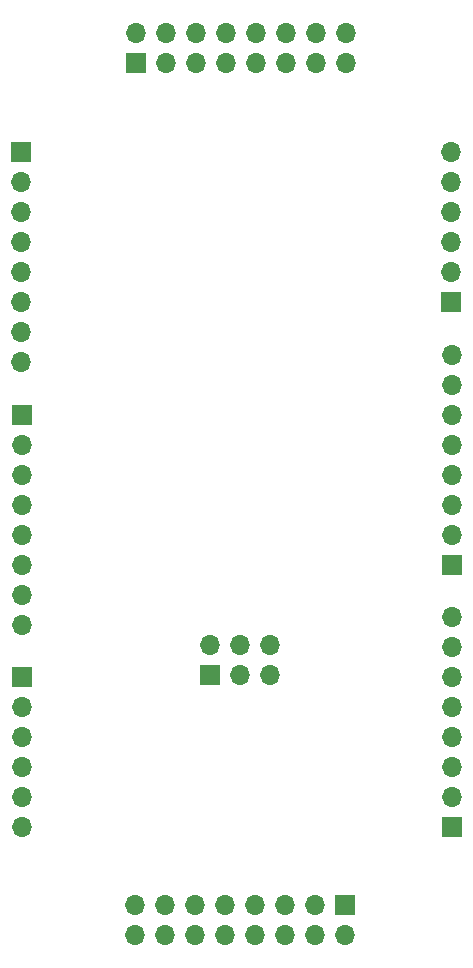
<source format=gbr>
%TF.GenerationSoftware,KiCad,Pcbnew,8.0.2*%
%TF.CreationDate,2024-07-19T13:16:10-06:00*%
%TF.ProjectId,32u4_breakout,33327534-5f62-4726-9561-6b6f75742e6b,rev?*%
%TF.SameCoordinates,Original*%
%TF.FileFunction,Soldermask,Bot*%
%TF.FilePolarity,Negative*%
%FSLAX46Y46*%
G04 Gerber Fmt 4.6, Leading zero omitted, Abs format (unit mm)*
G04 Created by KiCad (PCBNEW 8.0.2) date 2024-07-19 13:16:10*
%MOMM*%
%LPD*%
G01*
G04 APERTURE LIST*
%ADD10R,1.700000X1.700000*%
%ADD11O,1.700000X1.700000*%
G04 APERTURE END LIST*
D10*
%TO.C,J4*%
X121900000Y-96390000D03*
D11*
X121900000Y-98930000D03*
X121900000Y-101470000D03*
X121900000Y-104010000D03*
X121900000Y-106550000D03*
X121900000Y-109090000D03*
%TD*%
D10*
%TO.C,J9*%
X149225000Y-115650000D03*
D11*
X149225000Y-118190000D03*
X146685000Y-115650000D03*
X146685000Y-118190000D03*
X144145000Y-115650000D03*
X144145000Y-118190000D03*
X141605000Y-115650000D03*
X141605000Y-118190000D03*
X139065000Y-115650000D03*
X139065000Y-118190000D03*
X136525000Y-115650000D03*
X136525000Y-118190000D03*
X133985000Y-115650000D03*
X133985000Y-118190000D03*
X131445000Y-115650000D03*
X131445000Y-118190000D03*
%TD*%
D10*
%TO.C,J7*%
X158200000Y-64600000D03*
D11*
X158200000Y-62060000D03*
X158200000Y-59520000D03*
X158200000Y-56980000D03*
X158200000Y-54440000D03*
X158200000Y-51900000D03*
%TD*%
D10*
%TO.C,J6*%
X158250000Y-86890000D03*
D11*
X158250000Y-84350000D03*
X158250000Y-81810000D03*
X158250000Y-79270000D03*
X158250000Y-76730000D03*
X158250000Y-74190000D03*
X158250000Y-71650000D03*
X158250000Y-69110000D03*
%TD*%
D10*
%TO.C,J8*%
X131475000Y-44350000D03*
D11*
X131475000Y-41810000D03*
X134015000Y-44350000D03*
X134015000Y-41810000D03*
X136555000Y-44350000D03*
X136555000Y-41810000D03*
X139095000Y-44350000D03*
X139095000Y-41810000D03*
X141635000Y-44350000D03*
X141635000Y-41810000D03*
X144175000Y-44350000D03*
X144175000Y-41810000D03*
X146715000Y-44350000D03*
X146715000Y-41810000D03*
X149255000Y-44350000D03*
X149255000Y-41810000D03*
%TD*%
D10*
%TO.C,J1*%
X137785000Y-96175000D03*
D11*
X137785000Y-93635000D03*
X140325000Y-96175000D03*
X140325000Y-93635000D03*
X142865000Y-96175000D03*
X142865000Y-93635000D03*
%TD*%
D10*
%TO.C,J2*%
X121800000Y-51875000D03*
D11*
X121800000Y-54415000D03*
X121800000Y-56955000D03*
X121800000Y-59495000D03*
X121800000Y-62035000D03*
X121800000Y-64575000D03*
X121800000Y-67115000D03*
X121800000Y-69655000D03*
%TD*%
D10*
%TO.C,J5*%
X158225000Y-109065000D03*
D11*
X158225000Y-106525000D03*
X158225000Y-103985000D03*
X158225000Y-101445000D03*
X158225000Y-98905000D03*
X158225000Y-96365000D03*
X158225000Y-93825000D03*
X158225000Y-91285000D03*
%TD*%
D10*
%TO.C,J3*%
X121875000Y-74150000D03*
D11*
X121875000Y-76690000D03*
X121875000Y-79230000D03*
X121875000Y-81770000D03*
X121875000Y-84310000D03*
X121875000Y-86850000D03*
X121875000Y-89390000D03*
X121875000Y-91930000D03*
%TD*%
M02*

</source>
